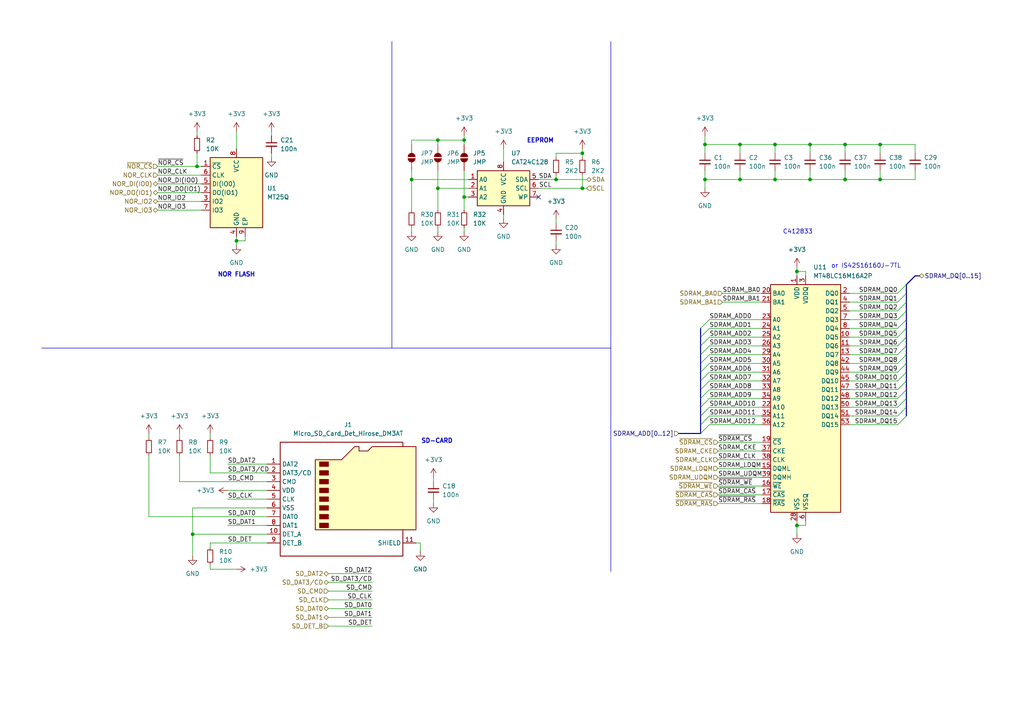
<source format=kicad_sch>
(kicad_sch (version 20231120) (generator "eeschema") (generator_version "8.0")
  (paper "A4")
  (lib_symbols
    (symbol "Connector:Micro_SD_Card_Det_Hirose_DM3AT"
      (property "Reference" "J" (at -16.51 17.78 0))
      (property "Value" "Micro_SD_Card_Det_Hirose_DM3AT" (at 16.51 17.78 0))
      (symbol "Micro_SD_Card_Det_Hirose_DM3AT_0_1"
        (rectangle (start -7.62 -6.985) (end -5.08 -8.255) (stroke (width 0.254)) (fill (type outline)))
        (rectangle (start -7.62 -4.445) (end -5.08 -5.715) (stroke (width 0.254)) (fill (type outline)))
        (rectangle (start -7.62 -1.905) (end -5.08 -3.175) (stroke (width 0.254)) (fill (type outline)))
        (rectangle (start -7.62 0.635) (end -5.08 -0.635) (stroke (width 0.254)) (fill (type outline)))
        (rectangle (start -7.62 3.175) (end -5.08 1.905) (stroke (width 0.254)) (fill (type outline)))
        (rectangle (start -7.62 5.715) (end -5.08 4.445) (stroke (width 0.254)) (fill (type outline)))
        (rectangle (start -7.62 8.255) (end -5.08 6.985) (stroke (width 0.254)) (fill (type outline)))
        (rectangle (start -7.62 10.795) (end -5.08 9.525) (stroke (width 0.254)) (fill (type outline)))
        (polyline (pts (xy 16.51 15.24) (xy 16.51 16.51) (xy -19.05 16.51) (xy -19.05 -16.51) (xy 16.51 -16.51) (xy 16.51 -8.89)) (stroke (width 0.254)))
        (polyline (pts (xy -8.89 -8.89) (xy -8.89 11.43) (xy -1.27 11.43) (xy 2.54 15.24) (xy 3.81 15.24) (xy 3.81 13.97) (xy 6.35 13.97) (xy 7.62 15.24) (xy 20.32 15.24) (xy 20.32 -8.89) (xy -8.89 -8.89)) (stroke (width 0.254)) (fill (type background)))
      )
      (symbol "Micro_SD_Card_Det_Hirose_DM3AT_1_1"
        (pin bidirectional line (at -22.86 10.16 0) (length 3.81) (name "DAT2") (number "1"))
        (pin passive line (at -22.86 -10.16 0) (length 3.81) (name "DET_A") (number "10"))
        (pin passive line (at 20.32 -12.7 180) (length 3.81) (name "SHIELD") (number "11"))
        (pin bidirectional line (at -22.86 7.62 0) (length 3.81) (name "DAT3/CD") (number "2"))
        (pin input line (at -22.86 5.08 0) (length 3.81) (name "CMD") (number "3"))
        (pin power_in line (at -22.86 2.54 0) (length 3.81) (name "VDD") (number "4"))
        (pin input line (at -22.86 0 0) (length 3.81) (name "CLK") (number "5"))
        (pin power_in line (at -22.86 -2.54 0) (length 3.81) (name "VSS") (number "6"))
        (pin bidirectional line (at -22.86 -5.08 0) (length 3.81) (name "DAT0") (number "7"))
        (pin bidirectional line (at -22.86 -7.62 0) (length 3.81) (name "DAT1") (number "8"))
        (pin passive line (at -22.86 -12.7 0) (length 3.81) (name "DET_B") (number "9"))
      )
    )
    (symbol "Device:C_Small" (pin_numbers hide) (pin_names (offset 0.254) hide)
      (property "Reference" "C" (at 0.254 1.778 0))
      (property "Value" "C_Small" (at 0.254 -2.032 0))
      (symbol "C_Small_0_1"
        (polyline (pts (xy -1.524 -0.508) (xy 1.524 -0.508)) (stroke (width 0.3302)))
        (polyline (pts (xy -1.524 0.508) (xy 1.524 0.508)) (stroke (width 0.3048)))
      )
      (symbol "C_Small_1_1"
        (pin passive line (at 0 2.54 270) (length 2.032) (name "~") (number "1"))
        (pin passive line (at 0 -2.54 90) (length 2.032) (name "~") (number "2"))
      )
    )
    (symbol "Device:R_Small" (pin_numbers hide) (pin_names (offset 0.254) hide)
      (property "Reference" "R" (at 0.762 0.508 0))
      (property "Value" "R_Small" (at 0.762 -1.016 0))
      (symbol "R_Small_0_1"
        (rectangle (start -0.762 1.778) (end 0.762 -1.778) (stroke (width 0.2032)))
      )
      (symbol "R_Small_1_1"
        (pin passive line (at 0 2.54 270) (length 0.762) (name "~") (number "1"))
        (pin passive line (at 0 -2.54 90) (length 0.762) (name "~") (number "2"))
      )
    )
    (symbol "GND_1" (power) (pin_numbers hide) (pin_names (offset 0) hide)
      (property "Value" "GND" (at 0 -3.81 0))
      (symbol "GND_1_0_1"
        (polyline (pts (xy 0 0) (xy 0 -1.27) (xy 1.27 -1.27) (xy 0 -2.54) (xy -1.27 -1.27) (xy 0 -1.27)))
      )
      (symbol "GND_1_1_1"
        (pin power_in line (at 0 0 270) (length 0) (name "~") (number "1"))
      )
    )
    (symbol "GND_2" (power) (pin_numbers hide) (pin_names (offset 0) hide)
      (property "Value" "GND" (at 0 -3.81 0))
      (symbol "GND_2_0_1"
        (polyline (pts (xy 0 0) (xy 0 -1.27) (xy 1.27 -1.27) (xy 0 -2.54) (xy -1.27 -1.27) (xy 0 -1.27)))
      )
      (symbol "GND_2_1_1"
        (pin power_in line (at 0 0 270) (length 0) (name "~") (number "1"))
      )
    )
    (symbol "GND_5" (power) (pin_numbers hide) (pin_names (offset 0) hide)
      (property "Value" "GND" (at 0 -3.81 0))
      (symbol "GND_5_0_1"
        (polyline (pts (xy 0 0) (xy 0 -1.27) (xy 1.27 -1.27) (xy 0 -2.54) (xy -1.27 -1.27) (xy 0 -1.27)))
      )
      (symbol "GND_5_1_1"
        (pin power_in line (at 0 0 270) (length 0) (name "~") (number "1"))
      )
    )
    (symbol "Jumper:SolderJumper_2_Open" (pin_numbers hide) (pin_names (offset 0) hide) (exclude_from_sim yes) (in_bom no)
      (property "Reference" "JP" (at 0 2.032 0))
      (property "Value" "SolderJumper_2_Open" (at 0 -2.54 0))
      (symbol "SolderJumper_2_Open_0_1"
        (arc (start -0.254 1.016) (mid -1.2656 0) (end -0.254 -1.016))
        (arc (start -0.254 1.016) (mid -1.2656 0) (end -0.254 -1.016) (fill (type outline)))
        (polyline (pts (xy -0.254 1.016) (xy -0.254 -1.016)))
        (polyline (pts (xy 0.254 1.016) (xy 0.254 -1.016)))
        (arc (start 0.254 -1.016) (mid 1.2656 0) (end 0.254 1.016))
        (arc (start 0.254 -1.016) (mid 1.2656 0) (end 0.254 1.016) (fill (type outline)))
      )
      (symbol "SolderJumper_2_Open_1_1"
        (pin passive line (at -3.81 0 0) (length 2.54) (name "A") (number "1"))
        (pin passive line (at 3.81 0 180) (length 2.54) (name "B") (number "2"))
      )
    )
    (symbol "Memory_EEPROM:CAT24C128"
      (property "Reference" "U" (at -6.35 6.35 0))
      (property "Value" "CAT24C128" (at 1.27 6.35 0))
      (symbol "CAT24C128_1_1"
        (rectangle (start -7.62 5.08) (end 7.62 -5.08) (stroke (width 0.254)) (fill (type background)))
        (pin input line (at -10.16 2.54 0) (length 2.54) (name "A0") (number "1"))
        (pin input line (at -10.16 0 0) (length 2.54) (name "A1") (number "2"))
        (pin input line (at -10.16 -2.54 0) (length 2.54) (name "A2") (number "3"))
        (pin power_in line (at 0 -7.62 90) (length 2.54) (name "GND") (number "4"))
        (pin bidirectional line (at 10.16 2.54 180) (length 2.54) (name "SDA") (number "5"))
        (pin input line (at 10.16 0 180) (length 2.54) (name "SCL") (number "6"))
        (pin input line (at 10.16 -2.54 180) (length 2.54) (name "WP") (number "7"))
        (pin power_in line (at 0 7.62 270) (length 2.54) (name "VCC") (number "8"))
      )
    )
    (symbol "Memory_Flash:W25Q32JVZP"
      (property "Reference" "U" (at -6.35 11.43 0))
      (property "Value" "W25Q32JVZP" (at 7.62 11.43 0))
      (symbol "W25Q32JVZP_0_1"
        (rectangle (start -7.62 10.16) (end 7.62 -10.16) (stroke (width 0.254)) (fill (type background)))
      )
      (symbol "W25Q32JVZP_1_1"
        (pin input line (at -10.16 7.62 0) (length 2.54) (name "~{CS}") (number "1"))
        (pin bidirectional line (at -10.16 0 0) (length 2.54) (name "DO(IO1)") (number "2"))
        (pin bidirectional line (at -10.16 -2.54 0) (length 2.54) (name "IO2") (number "3"))
        (pin power_in line (at 0 -12.7 90) (length 2.54) (name "GND") (number "4"))
        (pin bidirectional line (at -10.16 2.54 0) (length 2.54) (name "DI(IO0)") (number "5"))
        (pin input line (at -10.16 5.08 0) (length 2.54) (name "CLK") (number "6"))
        (pin bidirectional line (at -10.16 -5.08 0) (length 2.54) (name "IO3") (number "7"))
        (pin power_in line (at 0 12.7 270) (length 2.54) (name "VCC") (number "8"))
        (pin passive line (at 2.54 -12.7 90) (length 2.54) (name "EP") (number "9"))
      )
    )
    (symbol "Memory_RAM:MT48LC16M16A2P"
      (property "Reference" "U" (at -8.89 34.29 0))
      (property "Value" "MT48LC16M16A2P" (at 8.89 34.29 0))
      (symbol "MT48LC16M16A2P_0_1"
        (rectangle (start -10.16 33.02) (end 10.16 -33.02) (stroke (width 0.254)) (fill (type background)))
      )
      (symbol "MT48LC16M16A2P_1_1"
        (pin power_in line (at -2.54 35.56 270) (length 2.54) (name "VDD") (number "1"))
        (pin bidirectional line (at 12.7 17.78 180) (length 2.54) (name "DQ5") (number "10"))
        (pin bidirectional line (at 12.7 15.24 180) (length 2.54) (name "DQ6") (number "11"))
        (pin passive line (at 0 -35.56 90) (length 2.54) hide (name "VSSQ") (number "12"))
        (pin bidirectional line (at 12.7 12.7 180) (length 2.54) (name "DQ7") (number "13"))
        (pin passive line (at -2.54 35.56 270) (length 2.54) hide (name "VDD") (number "14"))
        (pin input line (at -12.7 -20.32 0) (length 2.54) (name "DQML") (number "15"))
        (pin input line (at -12.7 -25.4 0) (length 2.54) (name "~{WE}") (number "16"))
        (pin input line (at -12.7 -27.94 0) (length 2.54) (name "~{CAS}") (number "17"))
        (pin input line (at -12.7 -30.48 0) (length 2.54) (name "~{RAS}") (number "18"))
        (pin input line (at -12.7 -12.7 0) (length 2.54) (name "~{CS}") (number "19"))
        (pin bidirectional line (at 12.7 30.48 180) (length 2.54) (name "DQ0") (number "2"))
        (pin input line (at -12.7 30.48 0) (length 2.54) (name "BA0") (number "20"))
        (pin input line (at -12.7 27.94 0) (length 2.54) (name "BA1") (number "21"))
        (pin input line (at -12.7 -2.54 0) (length 2.54) (name "A10") (number "22"))
        (pin input line (at -12.7 22.86 0) (length 2.54) (name "A0") (number "23"))
        (pin input line (at -12.7 20.32 0) (length 2.54) (name "A1") (number "24"))
        (pin input line (at -12.7 17.78 0) (length 2.54) (name "A2") (number "25"))
        (pin input line (at -12.7 15.24 0) (length 2.54) (name "A3") (number "26"))
        (pin passive line (at -2.54 35.56 270) (length 2.54) hide (name "VDD") (number "27"))
        (pin power_in line (at -2.54 -35.56 90) (length 2.54) (name "VSS") (number "28"))
        (pin input line (at -12.7 12.7 0) (length 2.54) (name "A4") (number "29"))
        (pin power_in line (at 0 35.56 270) (length 2.54) (name "VDDQ") (number "3"))
        (pin input line (at -12.7 10.16 0) (length 2.54) (name "A5") (number "30"))
        (pin input line (at -12.7 7.62 0) (length 2.54) (name "A6") (number "31"))
        (pin input line (at -12.7 5.08 0) (length 2.54) (name "A7") (number "32"))
        (pin input line (at -12.7 2.54 0) (length 2.54) (name "A8") (number "33"))
        (pin input line (at -12.7 0 0) (length 2.54) (name "A9") (number "34"))
        (pin input line (at -12.7 -5.08 0) (length 2.54) (name "A11") (number "35"))
        (pin input line (at -12.7 -7.62 0) (length 2.54) (name "A12") (number "36"))
        (pin input line (at -12.7 -15.24 0) (length 2.54) (name "CKE") (number "37"))
        (pin input line (at -12.7 -17.78 0) (length 2.54) (name "CLK") (number "38"))
        (pin input line (at -12.7 -22.86 0) (length 2.54) (name "DQMH") (number "39"))
        (pin bidirectional line (at 12.7 27.94 180) (length 2.54) (name "DQ1") (number "4"))
        (pin no_connect line (at 10.16 -20.32 180) (length 2.54) hide (name "NC") (number "40"))
        (pin passive line (at -2.54 -35.56 90) (length 2.54) hide (name "VSS") (number "41"))
        (pin bidirectional line (at 12.7 10.16 180) (length 2.54) (name "DQ8") (number "42"))
        (pin passive line (at 0 35.56 270) (length 2.54) hide (name "VDDQ") (number "43"))
        (pin bidirectional line (at 12.7 7.62 180) (length 2.54) (name "DQ9") (number "44"))
        (pin bidirectional line (at 12.7 5.08 180) (length 2.54) (name "DQ10") (number "45"))
        (pin passive line (at 0 -35.56 90) (length 2.54) hide (name "VSSQ") (number "46"))
        (pin bidirectional line (at 12.7 2.54 180) (length 2.54) (name "DQ11") (number "47"))
        (pin bidirectional line (at 12.7 0 180) (length 2.54) (name "DQ12") (number "48"))
        (pin passive line (at 0 35.56 270) (length 2.54) hide (name "VDDQ") (number "49"))
        (pin bidirectional line (at 12.7 25.4 180) (length 2.54) (name "DQ2") (number "5"))
        (pin bidirectional line (at 12.7 -2.54 180) (length 2.54) (name "DQ13") (number "50"))
        (pin bidirectional line (at 12.7 -5.08 180) (length 2.54) (name "DQ14") (number "51"))
        (pin passive line (at 0 -35.56 90) (length 2.54) hide (name "VSSQ") (number "52"))
        (pin bidirectional line (at 12.7 -7.62 180) (length 2.54) (name "DQ15") (number "53"))
        (pin passive line (at -2.54 -35.56 90) (length 2.54) hide (name "VSS") (number "54"))
        (pin power_in line (at 0 -35.56 90) (length 2.54) (name "VSSQ") (number "6"))
        (pin bidirectional line (at 12.7 22.86 180) (length 2.54) (name "DQ3") (number "7"))
        (pin bidirectional line (at 12.7 20.32 180) (length 2.54) (name "DQ4") (number "8"))
        (pin passive line (at 0 35.56 270) (length 2.54) hide (name "VDDQ") (number "9"))
      )
    )
    (symbol "power:+3V3" (power) (pin_names (offset 0))
      (property "Value" "+3V3" (at 0 3.556 0))
      (symbol "+3V3_0_1"
        (polyline (pts (xy -0.762 1.27) (xy 0 2.54)))
        (polyline (pts (xy 0 0) (xy 0 2.54)))
        (polyline (pts (xy 0 2.54) (xy 0.762 1.27)))
      )
      (symbol "+3V3_1_1"
        (pin power_in line (at 0 0 90) (length 0) hide (name "+3V3") (number "1"))
      )
    )
    (symbol "power:GND" (power) (pin_names (offset 0))
      (property "Value" "GND" (at 0 -3.81 0))
      (symbol "GND_0_1"
        (polyline (pts (xy 0 0) (xy 0 -1.27) (xy 1.27 -1.27) (xy 0 -2.54) (xy -1.27 -1.27) (xy 0 -1.27)))
      )
      (symbol "GND_1_1"
        (pin power_in line (at 0 0 270) (length 0) hide (name "GND") (number "1"))
      )
    )
  )
  (junction (at 127 40.64))
  (junction (at 168.91 54.61))
  (junction (at 255.27 52.07))
  (junction (at 234.95 52.07))
  (junction (at 214.63 52.07))
  (junction (at 119.38 52.07))
  (junction (at 245.11 52.07))
  (junction (at 68.58 69.85))
  (junction (at 134.62 57.15))
  (junction (at 231.14 78.74))
  (junction (at 214.63 41.91))
  (junction (at 224.79 52.07))
  (junction (at 134.62 40.64))
  (junction (at 204.47 41.91))
  (junction (at 168.91 44.45))
  (junction (at 231.14 152.4))
  (junction (at 255.27 41.91))
  (junction (at 204.47 52.07))
  (junction (at 127 54.61))
  (junction (at 161.29 52.07))
  (junction (at 57.15 48.26))
  (junction (at 234.95 41.91))
  (junction (at 245.11 41.91))
  (junction (at 55.88 154.94))
  (junction (at 224.79 41.91))
  (no_connect (at 156.21 57.15))
  (bus_entry (at 203.2 102.87) (size 2.54 -2.54))
  (bus_entry (at 260.35 100.33) (size 2.54 -2.54))
  (bus_entry (at 260.35 118.11) (size 2.54 -2.54))
  (bus_entry (at 203.2 100.33) (size 2.54 -2.54))
  (bus_entry (at 203.2 125.73) (size 2.54 -2.54))
  (bus_entry (at 260.35 85.09) (size 2.54 -2.54))
  (bus_entry (at 260.35 120.65) (size 2.54 -2.54))
  (bus_entry (at 203.2 118.11) (size 2.54 -2.54))
  (bus_entry (at 260.35 97.79) (size 2.54 -2.54))
  (bus_entry (at 260.35 92.71) (size 2.54 -2.54))
  (bus_entry (at 203.2 113.03) (size 2.54 -2.54))
  (bus_entry (at 203.2 110.49) (size 2.54 -2.54))
  (bus_entry (at 260.35 115.57) (size 2.54 -2.54))
  (bus_entry (at 203.2 115.57) (size 2.54 -2.54))
  (bus_entry (at 203.2 95.25) (size 2.54 -2.54))
  (bus_entry (at 260.35 95.25) (size 2.54 -2.54))
  (bus_entry (at 260.35 102.87) (size 2.54 -2.54))
  (bus_entry (at 203.2 97.79) (size 2.54 -2.54))
  (bus_entry (at 203.2 105.41) (size 2.54 -2.54))
  (bus_entry (at 203.2 120.65) (size 2.54 -2.54))
  (bus_entry (at 260.35 90.17) (size 2.54 -2.54))
  (bus_entry (at 260.35 123.19) (size 2.54 -2.54))
  (bus_entry (at 260.35 87.63) (size 2.54 -2.54))
  (bus_entry (at 260.35 105.41) (size 2.54 -2.54))
  (bus_entry (at 203.2 123.19) (size 2.54 -2.54))
  (bus_entry (at 203.2 107.95) (size 2.54 -2.54))
  (bus_entry (at 260.35 110.49) (size 2.54 -2.54))
  (bus_entry (at 260.35 107.95) (size 2.54 -2.54))
  (bus_entry (at 260.35 113.03) (size 2.54 -2.54))
  (wire (pts (xy 66.04 142.24) (xy 77.47 142.24)))
  (wire (pts (xy 45.72 58.42) (xy 58.42 58.42)))
  (wire (pts (xy 234.95 41.91) (xy 245.11 41.91)))
  (wire (pts (xy 204.47 49.53) (xy 204.47 52.07)))
  (wire (pts (xy 246.38 120.65) (xy 260.35 120.65)))
  (bus (pts (xy 203.2 113.03) (xy 203.2 110.49)))
  (wire (pts (xy 204.47 41.91) (xy 214.63 41.91)))
  (wire (pts (xy 205.74 95.25) (xy 220.98 95.25)))
  (wire (pts (xy 205.74 92.71) (xy 220.98 92.71)))
  (wire (pts (xy 60.96 137.16) (xy 77.47 137.16)))
  (wire (pts (xy 246.38 113.03) (xy 260.35 113.03)))
  (wire (pts (xy 205.74 97.79) (xy 220.98 97.79)))
  (bus (pts (xy 265.43 80.01) (xy 266.7 80.01)))
  (wire (pts (xy 245.11 52.07) (xy 255.27 52.07)))
  (wire (pts (xy 127 54.61) (xy 135.89 54.61)))
  (wire (pts (xy 255.27 41.91) (xy 265.43 41.91)))
  (wire (pts (xy 134.62 67.31) (xy 134.62 66.04)))
  (wire (pts (xy 205.74 100.33) (xy 220.98 100.33)))
  (wire (pts (xy 57.15 48.26) (xy 58.42 48.26)))
  (polyline (pts (xy 12.065 100.965) (xy 177.165 100.965)))
  (wire (pts (xy 156.21 52.07) (xy 161.29 52.07)))
  (wire (pts (xy 234.95 49.53) (xy 234.95 52.07)))
  (wire (pts (xy 66.04 134.62) (xy 77.47 134.62)))
  (wire (pts (xy 168.91 54.61) (xy 170.18 54.61)))
  (wire (pts (xy 208.28 133.35) (xy 220.98 133.35)))
  (wire (pts (xy 233.68 152.4) (xy 231.14 152.4)))
  (wire (pts (xy 60.96 165.1) (xy 60.96 163.83)))
  (wire (pts (xy 107.95 166.37) (xy 95.25 166.37)))
  (wire (pts (xy 205.74 113.03) (xy 220.98 113.03)))
  (polyline (pts (xy 113.665 12.065) (xy 113.665 100.965)))
  (wire (pts (xy 146.05 63.5) (xy 146.05 62.23)))
  (wire (pts (xy 234.95 52.07) (xy 245.11 52.07)))
  (wire (pts (xy 255.27 49.53) (xy 255.27 52.07)))
  (wire (pts (xy 55.88 147.32) (xy 77.47 147.32)))
  (bus (pts (xy 262.89 115.57) (xy 262.89 113.03)))
  (wire (pts (xy 52.07 132.08) (xy 52.07 139.7)))
  (wire (pts (xy 127 67.31) (xy 127 66.04)))
  (wire (pts (xy 134.62 40.64) (xy 134.62 41.91)))
  (wire (pts (xy 246.38 87.63) (xy 260.35 87.63)))
  (wire (pts (xy 205.74 123.19) (xy 220.98 123.19)))
  (wire (pts (xy 161.29 69.85) (xy 161.29 71.12)))
  (wire (pts (xy 161.29 45.72) (xy 161.29 44.45)))
  (bus (pts (xy 262.89 90.17) (xy 262.89 87.63)))
  (wire (pts (xy 245.11 49.53) (xy 245.11 52.07)))
  (wire (pts (xy 255.27 41.91) (xy 255.27 44.45)))
  (wire (pts (xy 245.11 41.91) (xy 245.11 44.45)))
  (wire (pts (xy 45.72 60.96) (xy 58.42 60.96)))
  (wire (pts (xy 107.95 173.99) (xy 95.25 173.99)))
  (wire (pts (xy 205.74 115.57) (xy 220.98 115.57)))
  (wire (pts (xy 43.18 149.86) (xy 77.47 149.86)))
  (bus (pts (xy 262.89 110.49) (xy 262.89 107.95)))
  (wire (pts (xy 161.29 52.07) (xy 161.29 50.8)))
  (wire (pts (xy 233.68 78.74) (xy 231.14 78.74)))
  (wire (pts (xy 134.62 49.53) (xy 134.62 57.15)))
  (wire (pts (xy 204.47 39.37) (xy 204.47 41.91)))
  (wire (pts (xy 146.05 43.18) (xy 146.05 46.99)))
  (wire (pts (xy 119.38 52.07) (xy 135.89 52.07)))
  (wire (pts (xy 208.28 138.43) (xy 220.98 138.43)))
  (wire (pts (xy 224.79 49.53) (xy 224.79 52.07)))
  (wire (pts (xy 214.63 41.91) (xy 224.79 41.91)))
  (wire (pts (xy 161.29 63.5) (xy 161.29 64.77)))
  (wire (pts (xy 45.72 53.34) (xy 58.42 53.34)))
  (wire (pts (xy 208.28 135.89) (xy 220.98 135.89)))
  (wire (pts (xy 208.28 146.05) (xy 220.98 146.05)))
  (wire (pts (xy 45.72 50.8) (xy 58.42 50.8)))
  (wire (pts (xy 246.38 95.25) (xy 260.35 95.25)))
  (wire (pts (xy 246.38 118.11) (xy 260.35 118.11)))
  (wire (pts (xy 205.74 102.87) (xy 220.98 102.87)))
  (wire (pts (xy 55.88 147.32) (xy 55.88 154.94)))
  (wire (pts (xy 204.47 52.07) (xy 204.47 54.61)))
  (wire (pts (xy 55.88 154.94) (xy 77.47 154.94)))
  (wire (pts (xy 134.62 57.15) (xy 135.89 57.15)))
  (wire (pts (xy 120.65 157.48) (xy 121.92 157.48)))
  (wire (pts (xy 107.95 171.45) (xy 95.25 171.45)))
  (wire (pts (xy 214.63 41.91) (xy 214.63 44.45)))
  (wire (pts (xy 246.38 102.87) (xy 260.35 102.87)))
  (wire (pts (xy 209.55 85.09) (xy 220.98 85.09)))
  (wire (pts (xy 231.14 78.74) (xy 231.14 80.01)))
  (wire (pts (xy 60.96 132.08) (xy 60.96 137.16)))
  (wire (pts (xy 246.38 115.57) (xy 260.35 115.57)))
  (wire (pts (xy 127 54.61) (xy 127 60.96)))
  (wire (pts (xy 265.43 49.53) (xy 265.43 52.07)))
  (wire (pts (xy 204.47 41.91) (xy 204.47 44.45)))
  (wire (pts (xy 205.74 118.11) (xy 220.98 118.11)))
  (wire (pts (xy 57.15 38.1) (xy 57.15 39.37)))
  (wire (pts (xy 52.07 125.73) (xy 52.07 127)))
  (wire (pts (xy 68.58 69.85) (xy 68.58 68.58)))
  (bus (pts (xy 203.2 115.57) (xy 203.2 113.03)))
  (wire (pts (xy 224.79 52.07) (xy 234.95 52.07)))
  (wire (pts (xy 45.72 48.26) (xy 57.15 48.26)))
  (wire (pts (xy 204.47 52.07) (xy 214.63 52.07)))
  (wire (pts (xy 161.29 52.07) (xy 170.18 52.07)))
  (bus (pts (xy 203.2 123.19) (xy 203.2 120.65)))
  (wire (pts (xy 205.74 107.95) (xy 220.98 107.95)))
  (wire (pts (xy 265.43 41.91) (xy 265.43 44.45)))
  (bus (pts (xy 203.2 97.79) (xy 203.2 95.25)))
  (wire (pts (xy 60.96 157.48) (xy 77.47 157.48)))
  (wire (pts (xy 107.95 176.53) (xy 95.25 176.53)))
  (bus (pts (xy 203.2 120.65) (xy 203.2 118.11)))
  (bus (pts (xy 262.89 87.63) (xy 262.89 85.09)))
  (wire (pts (xy 246.38 100.33) (xy 260.35 100.33)))
  (wire (pts (xy 168.91 43.18) (xy 168.91 44.45)))
  (wire (pts (xy 134.62 39.37) (xy 134.62 40.64)))
  (bus (pts (xy 203.2 118.11) (xy 203.2 115.57)))
  (wire (pts (xy 208.28 128.27) (xy 220.98 128.27)))
  (wire (pts (xy 224.79 41.91) (xy 234.95 41.91)))
  (bus (pts (xy 262.89 82.55) (xy 265.43 80.01)))
  (wire (pts (xy 161.29 44.45) (xy 168.91 44.45)))
  (wire (pts (xy 107.95 181.61) (xy 95.25 181.61)))
  (wire (pts (xy 234.95 41.91) (xy 234.95 44.45)))
  (wire (pts (xy 119.38 52.07) (xy 119.38 60.96)))
  (wire (pts (xy 208.28 140.97) (xy 220.98 140.97)))
  (wire (pts (xy 107.95 179.07) (xy 95.25 179.07)))
  (wire (pts (xy 57.15 44.45) (xy 57.15 48.26)))
  (wire (pts (xy 125.73 138.43) (xy 125.73 139.7)))
  (wire (pts (xy 43.18 132.08) (xy 43.18 149.86)))
  (wire (pts (xy 214.63 52.07) (xy 224.79 52.07)))
  (bus (pts (xy 203.2 105.41) (xy 203.2 102.87)))
  (wire (pts (xy 233.68 151.13) (xy 233.68 152.4)))
  (wire (pts (xy 78.74 38.1) (xy 78.74 39.37)))
  (wire (pts (xy 60.96 125.73) (xy 60.96 127)))
  (bus (pts (xy 262.89 113.03) (xy 262.89 110.49)))
  (wire (pts (xy 119.38 49.53) (xy 119.38 52.07)))
  (wire (pts (xy 233.68 80.01) (xy 233.68 78.74)))
  (wire (pts (xy 246.38 97.79) (xy 260.35 97.79)))
  (wire (pts (xy 246.38 105.41) (xy 260.35 105.41)))
  (bus (pts (xy 262.89 85.09) (xy 262.89 82.55)))
  (wire (pts (xy 60.96 158.75) (xy 60.96 157.48)))
  (wire (pts (xy 246.38 90.17) (xy 260.35 90.17)))
  (wire (pts (xy 231.14 77.47) (xy 231.14 78.74)))
  (wire (pts (xy 66.04 144.78) (xy 77.47 144.78)))
  (wire (pts (xy 246.38 92.71) (xy 260.35 92.71)))
  (wire (pts (xy 214.63 49.53) (xy 214.63 52.07)))
  (wire (pts (xy 246.38 107.95) (xy 260.35 107.95)))
  (bus (pts (xy 262.89 95.25) (xy 262.89 92.71)))
  (wire (pts (xy 205.74 120.65) (xy 220.98 120.65)))
  (bus (pts (xy 262.89 107.95) (xy 262.89 105.41)))
  (bus (pts (xy 203.2 110.49) (xy 203.2 107.95)))
  (wire (pts (xy 246.38 85.09) (xy 260.35 85.09)))
  (wire (pts (xy 208.28 130.81) (xy 220.98 130.81)))
  (bus (pts (xy 262.89 100.33) (xy 262.89 97.79)))
  (wire (pts (xy 231.14 152.4) (xy 231.14 151.13)))
  (wire (pts (xy 71.12 69.85) (xy 68.58 69.85)))
  (wire (pts (xy 107.95 168.91) (xy 95.25 168.91)))
  (bus (pts (xy 262.89 118.11) (xy 262.89 115.57)))
  (wire (pts (xy 255.27 52.07) (xy 265.43 52.07)))
  (wire (pts (xy 119.38 41.91) (xy 119.38 40.64)))
  (polyline (pts (xy 177.165 12.065) (xy 177.165 165.735)))
  (wire (pts (xy 246.38 110.49) (xy 260.35 110.49)))
  (bus (pts (xy 262.89 97.79) (xy 262.89 95.25)))
  (wire (pts (xy 134.62 57.15) (xy 134.62 60.96)))
  (wire (pts (xy 52.07 139.7) (xy 77.47 139.7)))
  (wire (pts (xy 127 49.53) (xy 127 54.61)))
  (wire (pts (xy 71.12 68.58) (xy 71.12 69.85)))
  (wire (pts (xy 208.28 143.51) (xy 220.98 143.51)))
  (bus (pts (xy 262.89 102.87) (xy 262.89 100.33)))
  (wire (pts (xy 68.58 165.1) (xy 60.96 165.1)))
  (wire (pts (xy 68.58 71.12) (xy 68.58 69.85)))
  (wire (pts (xy 66.04 152.4) (xy 77.47 152.4)))
  (bus (pts (xy 262.89 92.71) (xy 262.89 90.17)))
  (wire (pts (xy 205.74 105.41) (xy 220.98 105.41)))
  (bus (pts (xy 203.2 100.33) (xy 203.2 97.79)))
  (wire (pts (xy 231.14 154.94) (xy 231.14 152.4)))
  (wire (pts (xy 119.38 40.64) (xy 127 40.64)))
  (wire (pts (xy 68.58 38.1) (xy 68.58 43.18)))
  (wire (pts (xy 205.74 110.49) (xy 220.98 110.49)))
  (wire (pts (xy 43.18 125.73) (xy 43.18 127)))
  (wire (pts (xy 78.74 44.45) (xy 78.74 45.72)))
  (wire (pts (xy 246.38 123.19) (xy 260.35 123.19)))
  (wire (pts (xy 168.91 54.61) (xy 168.91 50.8)))
  (wire (pts (xy 224.79 41.91) (xy 224.79 44.45)))
  (bus (pts (xy 262.89 105.41) (xy 262.89 102.87)))
  (wire (pts (xy 45.72 55.88) (xy 58.42 55.88)))
  (wire (pts (xy 119.38 67.31) (xy 119.38 66.04)))
  (bus (pts (xy 203.2 123.19) (xy 203.2 125.73)))
  (wire (pts (xy 156.21 54.61) (xy 168.91 54.61)))
  (bus (pts (xy 196.85 125.73) (xy 203.2 125.73)))
  (wire (pts (xy 209.55 87.63) (xy 220.98 87.63)))
  (wire (pts (xy 168.91 44.45) (xy 168.91 45.72)))
  (bus (pts (xy 203.2 107.95) (xy 203.2 105.41)))
  (wire (pts (xy 121.92 157.48) (xy 121.92 160.02)))
  (bus (pts (xy 203.2 102.87) (xy 203.2 100.33)))
  (wire (pts (xy 55.88 161.29) (xy 55.88 154.94)))
  (wire (pts (xy 127 40.64) (xy 134.62 40.64)))
  (wire (pts (xy 245.11 41.91) (xy 255.27 41.91)))
  (wire (pts (xy 125.73 144.78) (xy 125.73 146.05)))
  (wire (pts (xy 127 40.64) (xy 127 41.91)))
  (bus (pts (xy 262.89 120.65) (xy 262.89 118.11)))
  (text "NOR FLASH" (at 68.58 79.756 0) (effects (font (size 1.27 1.27) (thickness 0.254) (bold yes))))
  (text "SD-CARD" (at 126.746 128.016 0) (effects (font (size 1.27 1.27) (thickness 0.254) (bold yes))))
  (text "EEPROM" (at 156.718 40.894 0) (effects (font (size 1.27 1.27) (thickness 0.254) (bold yes))))
  (text "or IS42S16160J-7TL" (at 251.206 77.216 0) (effects (font (size 1.27 1.27))))
  (text "C412833" (at 231.394 67.31 0) (effects (font (size 1.27 1.27))))
  (label "SDRAM_DQ7" (at 260.35 102.87 180))
  (label "SDRAM_ADD4" (at 205.74 102.87 0))
  (label "SDRAM_DQ0" (at 260.35 85.09 180))
  (label "SDRAM_ADD12" (at 205.74 123.19 0))
  (label "NOR_CLK" (at 45.72 50.8 0))
  (label "SDRAM_DQ3" (at 260.35 92.71 180))
  (label "SD_DAT0" (at 107.95 176.53 180))
  (label "SDRAM_DQ9" (at 260.35 107.95 180))
  (label "SD_CLK" (at 66.04 144.78 0))
  (label "SDRAM_ADD7" (at 205.74 110.49 0))
  (label "SDA" (at 160.02 52.07 180))
  (label "SDRAM_ADD8" (at 205.74 113.03 0))
  (label "SDRAM_ADD11" (at 205.74 120.65 0))
  (label "SDRAM_DQ14" (at 260.35 120.65 180))
  (label "SDRAM_UDQM" (at 208.28 138.43 0))
  (label "SDRAM_ADD10" (at 205.74 118.11 0))
  (label "SDRAM_DQ11" (at 260.35 113.03 180))
  (label "SDRAM_ADD1" (at 205.74 95.25 0))
  (label "SD_CMD" (at 66.04 139.7 0))
  (label "SCL" (at 160.02 54.61 180))
  (label "SD_CLK" (at 107.95 173.99 180))
  (label "SDRAM_DQ1" (at 260.35 87.63 180))
  (label "SDRAM_BA1" (at 209.55 87.63 0))
  (label "SDRAM_DQ8" (at 260.35 105.41 180))
  (label "NOR_DI(IO0)" (at 45.72 53.34 0))
  (label "SDRAM_DQ12" (at 260.35 115.57 180))
  (label "SDRAM_DQ15" (at 260.35 123.19 180))
  (label "SDRAM_DQ4" (at 260.35 95.25 180))
  (label "NOR_DO(IO1)" (at 45.72 55.88 0))
  (label "SD_DET" (at 107.95 181.61 180))
  (label "~{NOR_CS}" (at 45.72 48.26 0))
  (label "SD_CMD" (at 107.95 171.45 180))
  (label "SD_DAT0" (at 66.04 149.86 0))
  (label "~{SDRAM_CS}" (at 208.28 128.27 0))
  (label "SDRAM_ADD6" (at 205.74 107.95 0))
  (label "SDRAM_ADD5" (at 205.74 105.41 0))
  (label "SDRAM_ADD2" (at 205.74 97.79 0))
  (label "SDRAM_DQ2" (at 260.35 90.17 180))
  (label "SD_DAT1" (at 107.95 179.07 180))
  (label "~{SDRAM_RAS}" (at 208.28 146.05 0))
  (label "~{SDRAM_CAS}" (at 208.28 143.51 0))
  (label "SD_DAT2" (at 107.95 166.37 180))
  (label "SDRAM_LDQM" (at 208.28 135.89 0))
  (label "SDRAM_ADD3" (at 205.74 100.33 0))
  (label "SDRAM_CLK" (at 208.28 133.35 0))
  (label "NOR_IO3" (at 45.72 60.96 0))
  (label "SDRAM_DQ13" (at 260.35 118.11 180))
  (label "SD_DAT1" (at 66.04 152.4 0))
  (label "SD_DET" (at 66.04 157.48 0))
  (label "SDRAM_CKE" (at 208.28 130.81 0))
  (label "~{SDRAM_WE}" (at 208.28 140.97 0))
  (label "SD_DAT3{slash}CD" (at 66.04 137.16 0))
  (label "SD_DAT2" (at 66.04 134.62 0))
  (label "SDRAM_DQ5" (at 260.35 97.79 180))
  (label "SDRAM_BA0" (at 209.55 85.09 0))
  (label "SDRAM_ADD9" (at 205.74 115.57 0))
  (label "SDRAM_DQ10" (at 260.35 110.49 180))
  (label "SDRAM_DQ6" (at 260.35 100.33 180))
  (label "SD_DAT3{slash}CD" (at 107.95 168.91 180))
  (label "SDRAM_ADD0" (at 205.74 92.71 0))
  (label "NOR_IO2" (at 45.72 58.42 0))
  (hierarchical_label "NOR_IO2" (shape bidirectional) (at 45.72 58.42 180))
  (hierarchical_label "SDRAM_CKE" (shape input) (at 208.28 130.81 180))
  (hierarchical_label "~{SDRAM_WE}" (shape input) (at 208.28 140.97 180))
  (hierarchical_label "SDRAM_ADD[0..12]" (shape input) (at 196.85 125.73 180))
  (hierarchical_label "SD_CLK" (shape input) (at 95.25 173.99 180))
  (hierarchical_label "SDRAM_DQ[0..15]" (shape bidirectional) (at 266.7 80.01 0))
  (hierarchical_label "SDA" (shape bidirectional) (at 170.18 52.07 0))
  (hierarchical_label "SD_DET_B" (shape input) (at 95.25 181.61 180))
  (hierarchical_label "SD_DAT2" (shape bidirectional) (at 95.25 166.37 180))
  (hierarchical_label "NOR_DI(IO0)" (shape bidirectional) (at 45.72 53.34 180))
  (hierarchical_label "SD_CMD" (shape input) (at 95.25 171.45 180))
  (hierarchical_label "NOR_IO3" (shape bidirectional) (at 45.72 60.96 180))
  (hierarchical_label "SDRAM_UDQM" (shape input) (at 208.28 138.43 180))
  (hierarchical_label "SDRAM_CLK" (shape input) (at 208.28 133.35 180))
  (hierarchical_label "SD_DAT0" (shape bidirectional) (at 95.25 176.53 180))
  (hierarchical_label "NOR_CLK" (shape input) (at 45.72 50.8 180))
  (hierarchical_label "~{SDRAM_CAS}" (shape input) (at 208.28 143.51 180))
  (hierarchical_label "~{SDRAM_RAS}" (shape input) (at 208.28 146.05 180))
  (hierarchical_label "~{SDRAM_CS}" (shape input) (at 208.28 128.27 180))
  (hierarchical_label "SDRAM_BA0" (shape input) (at 209.55 85.09 180))
  (hierarchical_label "SD_DAT1" (shape bidirectional) (at 95.25 179.07 180))
  (hierarchical_label "SDRAM_BA1" (shape input) (at 209.55 87.63 180))
  (hierarchical_label "SCL" (shape input) (at 170.18 54.61 0))
  (hierarchical_label "NOR_DO(IO1)" (shape bidirectional) (at 45.72 55.88 180))
  (hierarchical_label "~{NOR_CS}" (shape input) (at 45.72 48.26 180))
  (hierarchical_label "SDRAM_LDQM" (shape input) (at 208.28 135.89 180))
  (hierarchical_label "SD_DAT3{slash}CD" (shape bidirectional) (at 95.25 168.91 180))
  (symbol (lib_name "GND_1") (lib_id "power:GND") (at 231.14 154.94 0) (unit 1)
    (property "Reference" "#PWR0121" (effects (hide yes)))
    (property "Value" "GND" (at 231.14 160.02 0))
    (property "Description" "Power symbol creates a global label with name \"GND\" , ground" (effects (hide yes)))
  )
  (symbol (lib_id "Device:C_Small") (at 224.79 46.99 0) (unit 1)
    (property "Reference" "C3" (at 227.33 45.7263 0) (effects (justify left)))
    (property "Value" "100n" (at 227.33 48.2663 0) (effects (justify left)))
    (property "Footprint" "Capacitor_SMD:C_0402_1005Metric" (effects (hide yes)))
    (property "JLCPCB Part #" "C307331" (effects (hide yes)))
  )
  (symbol (lib_id "Device:R_Small") (at 127 63.5 0) (unit 1)
    (property "Reference" "R31" (at 129.54 62.2299 0) (effects (justify left)))
    (property "Value" "10K" (at 129.54 64.7699 0) (effects (justify left)))
    (property "Footprint" "Resistor_SMD:R_0402_1005Metric" (effects (hide yes)))
    (property "Description" "Resistor, small symbol" (effects (hide yes)))
    (property "JLCPCB Part #" "C25744" (effects (hide yes)))
  )
  (symbol (lib_id "Device:C_Small") (at 265.43 46.99 0) (unit 1)
    (property "Reference" "C29" (at 267.97 45.7263 0) (effects (justify left)))
    (property "Value" "100n" (at 267.97 48.2663 0) (effects (justify left)))
    (property "Footprint" "Capacitor_SMD:C_0402_1005Metric" (effects (hide yes)))
    (property "JLCPCB Part #" "C307331" (effects (hide yes)))
  )
  (symbol (lib_id "power:+3V3") (at 231.14 77.47 0) (unit 1)
    (property "Reference" "#PWR0120" (effects (hide yes)))
    (property "Value" "+3V3" (at 231.14 72.39 0))
    (property "Description" "Power symbol creates a global label with name \"+3V3\"" (effects (hide yes)))
  )
  (symbol (lib_id "power:+3V3") (at 66.04 142.24 90) (unit 1)
    (property "Reference" "#PWR049" (effects (hide yes)))
    (property "Value" "+3V3" (at 62.23 142.2399 90) (effects (justify left)))
    (property "Description" "Power symbol creates a global label with name \"+3V3\"" (effects (hide yes)))
  )
  (symbol (lib_id "Memory_EEPROM:CAT24C128") (at 146.05 54.61 0) (unit 1)
    (property "Reference" "U7" (at 148.2441 44.45 0) (effects (justify left)))
    (property "Value" "CAT24C128" (at 148.2441 46.99 0) (effects (justify left)))
    (property "Footprint" "Package_SO:SOIC-8_3.9x4.9mm_P1.27mm" (effects (hide yes)))
    (property "Datasheet" "https://www.onsemi.com/pub/Collateral/CAT24C128-D.PDF" (effects (hide yes)))
    (property "Description" "128 kb CMOS Serial EEPROM, SOIC-8/TSSOP-8/DFN-8" (effects (hide yes)))
    (property "JLCPCB Part #" "C6482" (effects (hide yes)))
  )
  (symbol (lib_id "Device:R_Small") (at 161.29 48.26 0) (unit 1)
    (property "Reference" "R5" (at 163.83 46.9899 0) (effects (justify left)))
    (property "Value" "2K2" (at 163.83 49.5299 0) (effects (justify left)))
    (property "Footprint" "Resistor_SMD:R_0402_1005Metric" (effects (hide yes)))
    (property "Description" "Resistor, small symbol" (effects (hide yes)))
    (property "JLCPCB Part #" "C25879" (effects (hide yes)))
  )
  (symbol (lib_id "power:GND") (at 78.74 45.72 0) (unit 1)
    (property "Reference" "#PWR017" (effects (hide yes)))
    (property "Value" "GND" (at 78.74 50.8 0))
  )
  (symbol (lib_name "GND_5") (lib_id "power:GND") (at 121.92 160.02 0) (unit 1)
    (property "Reference" "#PWR051" (effects (hide yes)))
    (property "Value" "GND" (at 121.92 165.1 0))
    (property "Description" "Power symbol creates a global label with name \"GND\" , ground" (effects (hide yes)))
  )
  (symbol (lib_id "Device:C_Small") (at 125.73 142.24 0) (unit 1)
    (property "Reference" "C18" (at 128.27 140.9763 0) (effects (justify left)))
    (property "Value" "100n" (at 128.27 143.5163 0) (effects (justify left)))
    (property "Footprint" "Capacitor_SMD:C_0402_1005Metric" (effects (hide yes)))
    (property "JLCPCB Part #" "C307331" (effects (hide yes)))
  )
  (symbol (lib_id "power:+3V3") (at 146.05 43.18 0) (unit 1)
    (property "Reference" "#PWR042" (effects (hide yes)))
    (property "Value" "+3V3" (at 146.05 38.1 0))
    (property "Description" "Power symbol creates a global label with name \"+3V3\"" (effects (hide yes)))
  )
  (symbol (lib_name "GND_1") (lib_id "power:GND") (at 68.58 71.12 0) (unit 1)
    (property "Reference" "#PWR038" (effects (hide yes)))
    (property "Value" "GND" (at 68.58 76.2 0))
    (property "Description" "Power symbol creates a global label with name \"GND\" , ground" (effects (hide yes)))
  )
  (symbol (lib_id "Jumper:SolderJumper_2_Open") (at 134.62 45.72 90) (unit 1) (exclude_from_sim yes) (in_bom no)
    (property "Reference" "JP5" (at 137.16 44.4499 90) (effects (justify right)))
    (property "Value" "JMP" (at 137.16 46.9899 90) (effects (justify right)))
    (property "Footprint" "Jumper:SolderJumper-2_P1.3mm_Open_RoundedPad1.0x1.5mm" (effects (hide yes)))
    (property "Description" "Solder Jumper, 2-pole, open" (effects (hide yes)))
  )
  (symbol (lib_id "Device:C_Small") (at 245.11 46.99 0) (unit 1)
    (property "Reference" "C37" (at 247.65 45.7263 0) (effects (justify left)))
    (property "Value" "100n" (at 247.65 48.2663 0) (effects (justify left)))
    (property "Footprint" "Capacitor_SMD:C_0402_1005Metric" (effects (hide yes)))
    (property "JLCPCB Part #" "C307331" (effects (hide yes)))
  )
  (symbol (lib_id "power:+3V3") (at 52.07 125.73 0) (unit 1)
    (property "Reference" "#PWR046" (effects (hide yes)))
    (property "Value" "+3V3" (at 52.07 120.65 0))
    (property "Description" "Power symbol creates a global label with name \"+3V3\"" (effects (hide yes)))
  )
  (symbol (lib_name "GND_2") (lib_id "power:GND") (at 134.62 67.31 0) (unit 1)
    (property "Reference" "#PWR011" (effects (hide yes)))
    (property "Value" "GND" (at 134.62 72.39 0))
    (property "Description" "Power symbol creates a global label with name \"GND\" , ground" (effects (hide yes)))
  )
  (symbol (lib_id "power:+3V3") (at 60.96 125.73 0) (unit 1)
    (property "Reference" "#PWR048" (effects (hide yes)))
    (property "Value" "+3V3" (at 60.96 120.65 0))
    (property "Description" "Power symbol creates a global label with name \"+3V3\"" (effects (hide yes)))
  )
  (symbol (lib_id "power:GND") (at 161.29 71.12 0) (unit 1)
    (property "Reference" "#PWR015" (effects (hide yes)))
    (property "Value" "GND" (at 161.29 76.2 0))
  )
  (symbol (lib_id "Device:R_Small") (at 60.96 161.29 0) (unit 1)
    (property "Reference" "R10" (at 63.5 160.0199 0) (effects (justify left)))
    (property "Value" "10K" (at 63.5 162.5599 0) (effects (justify left)))
    (property "Footprint" "Resistor_SMD:R_0402_1005Metric" (effects (hide yes)))
    (property "Description" "Resistor, small symbol" (effects (hide yes)))
    (property "JLCPCB Part #" "C25744" (effects (hide yes)))
  )
  (symbol (lib_id "power:GND") (at 125.73 146.05 0) (unit 1)
    (property "Reference" "#PWR013" (effects (hide yes)))
    (property "Value" "GND" (at 125.73 151.13 0))
  )
  (symbol (lib_id "Device:R_Small") (at 60.96 129.54 0) (unit 1)
    (property "Reference" "R9" (at 63.5 128.2699 0) (effects (justify left)))
    (property "Value" "10K" (at 63.5 130.8099 0) (effects (justify left)))
    (property "Footprint" "Resistor_SMD:R_0402_1005Metric" (effects (hide yes)))
    (property "Description" "Resistor, small symbol" (effects (hide yes)))
    (property "JLCPCB Part #" "C25744" (effects (hide yes)))
  )
  (symbol (lib_name "GND_2") (lib_id "power:GND") (at 119.38 67.31 0) (unit 1)
    (property "Reference" "#PWR0112" (effects (hide yes)))
    (property "Value" "GND" (at 119.38 72.39 0))
    (property "Description" "Power symbol creates a global label with name \"GND\" , ground" (effects (hide yes)))
  )
  (symbol (lib_name "GND_5") (lib_id "power:GND") (at 55.88 161.29 0) (unit 1)
    (property "Reference" "#PWR047" (effects (hide yes)))
    (property "Value" "GND" (at 55.88 166.37 0))
    (property "Description" "Power symbol creates a global label with name \"GND\" , ground" (effects (hide yes)))
  )
  (symbol (lib_id "Device:C_Small") (at 78.74 41.91 0) (unit 1)
    (property "Reference" "C21" (at 81.28 40.6463 0) (effects (justify left)))
    (property "Value" "100n" (at 81.28 43.1863 0) (effects (justify left)))
    (property "Footprint" "Capacitor_SMD:C_0402_1005Metric" (effects (hide yes)))
    (property "JLCPCB Part #" "C307331" (effects (hide yes)))
  )
  (symbol (lib_id "Device:C_Small") (at 255.27 46.99 0) (unit 1)
    (property "Reference" "C38" (at 257.81 45.7263 0) (effects (justify left)))
    (property "Value" "100n" (at 257.81 48.2663 0) (effects (justify left)))
    (property "Footprint" "Capacitor_SMD:C_0402_1005Metric" (effects (hide yes)))
    (property "JLCPCB Part #" "C307331" (effects (hide yes)))
  )
  (symbol (lib_id "Device:C_Small") (at 161.29 67.31 0) (unit 1)
    (property "Reference" "C20" (at 163.83 66.0463 0) (effects (justify left)))
    (property "Value" "100n" (at 163.83 68.5863 0) (effects (justify left)))
    (property "Footprint" "Capacitor_SMD:C_0402_1005Metric" (effects (hide yes)))
    (property "JLCPCB Part #" "C307331" (effects (hide yes)))
  )
  (symbol (lib_id "Jumper:SolderJumper_2_Open") (at 119.38 45.72 90) (unit 1) (exclude_from_sim yes) (in_bom no)
    (property "Reference" "JP7" (at 121.92 44.4499 90) (effects (justify right)))
    (property "Value" "JMP" (at 121.92 46.9899 90) (effects (justify right)))
    (property "Footprint" "Jumper:SolderJumper-2_P1.3mm_Open_RoundedPad1.0x1.5mm" (effects (hide yes)))
    (property "Description" "Solder Jumper, 2-pole, open" (effects (hide yes)))
  )
  (symbol (lib_id "Device:R_Small") (at 119.38 63.5 0) (unit 1)
    (property "Reference" "R30" (at 121.92 62.2299 0) (effects (justify left)))
    (property "Value" "10K" (at 121.92 64.7699 0) (effects (justify left)))
    (property "Footprint" "Resistor_SMD:R_0402_1005Metric" (effects (hide yes)))
    (property "Description" "Resistor, small symbol" (effects (hide yes)))
    (property "JLCPCB Part #" "C25744" (effects (hide yes)))
  )
  (symbol (lib_id "Device:R_Small") (at 52.07 129.54 0) (unit 1)
    (property "Reference" "R8" (at 54.61 128.2699 0) (effects (justify left)))
    (property "Value" "10K" (at 54.61 130.8099 0) (effects (justify left)))
    (property "Footprint" "Resistor_SMD:R_0402_1005Metric" (effects (hide yes)))
    (property "Description" "Resistor, small symbol" (effects (hide yes)))
    (property "JLCPCB Part #" "C25744" (effects (hide yes)))
  )
  (symbol (lib_id "power:+3V3") (at 125.73 138.43 0) (unit 1)
    (property "Reference" "#PWR012" (effects (hide yes)))
    (property "Value" "+3V3" (at 125.73 133.35 0))
    (property "Description" "Power symbol creates a global label with name \"+3V3\"" (effects (hide yes)))
  )
  (symbol (lib_id "Jumper:SolderJumper_2_Open") (at 127 45.72 90) (unit 1) (exclude_from_sim yes) (in_bom no)
    (property "Reference" "JP6" (at 129.54 44.4499 90) (effects (justify right)))
    (property "Value" "JMP" (at 129.54 46.9899 90) (effects (justify right)))
    (property "Footprint" "Jumper:SolderJumper-2_P1.3mm_Open_RoundedPad1.0x1.5mm" (effects (hide yes)))
    (property "Description" "Solder Jumper, 2-pole, open" (effects (hide yes)))
  )
  (symbol (lib_id "Device:C_Small") (at 214.63 46.99 0) (unit 1)
    (property "Reference" "C2" (at 217.17 45.7263 0) (effects (justify left)))
    (property "Value" "100n" (at 217.17 48.2663 0) (effects (justify left)))
    (property "Footprint" "Capacitor_SMD:C_0402_1005Metric" (effects (hide yes)))
    (property "JLCPCB Part #" "C307331" (effects (hide yes)))
  )
  (symbol (lib_id "power:+3V3") (at 43.18 125.73 0) (unit 1)
    (property "Reference" "#PWR045" (effects (hide yes)))
    (property "Value" "+3V3" (at 43.18 120.65 0))
    (property "Description" "Power symbol creates a global label with name \"+3V3\"" (effects (hide yes)))
  )
  (symbol (lib_id "power:+3V3") (at 68.58 165.1 270) (unit 1)
    (property "Reference" "#PWR050" (effects (hide yes)))
    (property "Value" "+3V3" (at 72.39 165.0999 90) (effects (justify left)))
    (property "Description" "Power symbol creates a global label with name \"+3V3\"" (effects (hide yes)))
  )
  (symbol (lib_id "power:+3V3") (at 78.74 38.1 0) (unit 1)
    (property "Reference" "#PWR016" (effects (hide yes)))
    (property "Value" "+3V3" (at 78.74 33.02 0))
    (property "Description" "Power symbol creates a global label with name \"+3V3\"" (effects (hide yes)))
  )
  (symbol (lib_id "Connector:Micro_SD_Card_Det_Hirose_DM3AT") (at 100.33 144.78 0) (unit 1)
    (property "Reference" "J1" (at 100.965 123.19 0))
    (property "Value" "Micro_SD_Card_Det_Hirose_DM3AT" (at 100.965 125.73 0))
    (property "Footprint" "Connector_Card:microSD_HC_Hirose_DM3AT-SF-PEJM5" (effects (hide yes)))
    (property "Datasheet" "https://www.hirose.com/product/en/download_file/key_name/DM3/category/Catalog/doc_file_id/49662/?file_category_id=4&item_id=195&is_series=1" (effects (hide yes)))
    (property "Description" "Micro SD Card Socket with card detection pins" (effects (hide yes)))
    (property "JLCPCB Part #" "C114218" (effects (hide yes)))
  )
  (symbol (lib_id "Device:C_Small") (at 234.95 46.99 0) (unit 1)
    (property "Reference" "C36" (at 237.49 45.7263 0) (effects (justify left)))
    (property "Value" "100n" (at 237.49 48.2663 0) (effects (justify left)))
    (property "Footprint" "Capacitor_SMD:C_0402_1005Metric" (effects (hide yes)))
    (property "JLCPCB Part #" "C307331" (effects (hide yes)))
  )
  (symbol (lib_id "power:+3V3") (at 161.29 63.5 0) (unit 1)
    (property "Reference" "#PWR014" (effects (hide yes)))
    (property "Value" "+3V3" (at 161.29 58.42 0))
    (property "Description" "Power symbol creates a global label with name \"+3V3\"" (effects (hide yes)))
  )
  (symbol (lib_id "power:GND") (at 204.47 54.61 0) (unit 1)
    (property "Reference" "#PWR02" (effects (hide yes)))
    (property "Value" "GND" (at 204.47 59.69 0))
  )
  (symbol (lib_id "Device:R_Small") (at 43.18 129.54 0) (unit 1)
    (property "Reference" "R7" (at 45.72 128.2699 0) (effects (justify left)))
    (property "Value" "10K" (at 45.72 130.8099 0) (effects (justify left)))
    (property "Footprint" "Resistor_SMD:R_0402_1005Metric" (effects (hide yes)))
    (property "Description" "Resistor, small symbol" (effects (hide yes)))
    (property "JLCPCB Part #" "C25744" (effects (hide yes)))
  )
  (symbol (lib_id "Device:R_Small") (at 57.15 41.91 0) (unit 1)
    (property "Reference" "R2" (at 59.69 40.6399 0) (effects (justify left)))
    (property "Value" "10K" (at 59.69 43.1799 0) (effects (justify left)))
    (property "Footprint" "Resistor_SMD:R_0402_1005Metric" (effects (hide yes)))
    (property "Description" "Resistor, small symbol" (effects (hide yes)))
    (property "JLCPCB Part #" "C25744" (effects (hide yes)))
  )
  (symbol (lib_id "Device:R_Small") (at 134.62 63.5 0) (unit 1)
    (property "Reference" "R32" (at 137.16 62.2299 0) (effects (justify left)))
    (property "Value" "10K" (at 137.16 64.7699 0) (effects (justify left)))
    (property "Footprint" "Resistor_SMD:R_0402_1005Metric" (effects (hide yes)))
    (property "Description" "Resistor, small symbol" (effects (hide yes)))
    (property "JLCPCB Part #" "C25744" (effects (hide yes)))
  )
  (symbol (lib_id "power:+3V3") (at 204.47 39.37 0) (unit 1)
    (property "Reference" "#PWR01" (effects (hide yes)))
    (property "Value" "+3V3" (at 204.47 34.29 0))
    (property "Description" "Power symbol creates a global label with name \"+3V3\"" (effects (hide yes)))
  )
  (symbol (lib_name "GND_2") (lib_id "power:GND") (at 146.05 63.5 0) (unit 1)
    (property "Reference" "#PWR043" (effects (hide yes)))
    (property "Value" "GND" (at 146.05 68.58 0))
    (property "Description" "Power symbol creates a global label with name \"GND\" , ground" (effects (hide yes)))
  )
  (symbol (lib_id "power:+3V3") (at 57.15 38.1 0) (unit 1)
    (property "Reference" "#PWR09" (effects (hide yes)))
    (property "Value" "+3V3" (at 57.15 33.02 0))
    (property "Description" "Power symbol creates a global label with name \"+3V3\"" (effects (hide yes)))
  )
  (symbol (lib_id "power:+3V3") (at 68.58 38.1 0) (unit 1)
    (property "Reference" "#PWR037" (effects (hide yes)))
    (property "Value" "+3V3" (at 68.58 33.02 0))
    (property "Description" "Power symbol creates a global label with name \"+3V3\"" (effects (hide yes)))
  )
  (symbol (lib_id "Device:R_Small") (at 168.91 48.26 0) (unit 1)
    (property "Reference" "R6" (at 171.45 46.9899 0) (effects (justify left)))
    (property "Value" "2K2" (at 171.45 49.5299 0) (effects (justify left)))
    (property "Footprint" "Resistor_SMD:R_0402_1005Metric" (effects (hide yes)))
    (property "Description" "Resistor, small symbol" (effects (hide yes)))
    (property "JLCPCB Part #" "C25879" (effects (hide yes)))
  )
  (symbol (lib_name "GND_2") (lib_id "power:GND") (at 127 67.31 0) (unit 1)
    (property "Reference" "#PWR0111" (effects (hide yes)))
    (property "Value" "GND" (at 127 72.39 0))
    (property "Description" "Power symbol creates a global label with name \"GND\" , ground" (effects (hide yes)))
  )
  (symbol (lib_id "Memory_Flash:W25Q32JVZP") (at 68.58 55.88 0) (unit 1)
    (property "Reference" "U1" (at 77.47 54.6099 0) (effects (justify left)))
    (property "Value" "MT25Q" (at 77.47 57.1499 0) (effects (justify left)))
    (property "Footprint" "Package_SON:WSON-8-1EP_8x6mm_P1.27mm_EP3.4x4.3mm" (effects (hide yes)))
    (property "Datasheet" "http://www.winbond.com/resource-files/w25q32jv%20revg%2003272018%20plus.pdf" (effects (hide yes)))
    (property "Description" "32Mb Serial Flash Memory, Standard/Dual/Quad SPI, DFN-8" (effects (hide yes)))
    (property "JLCPCB Part #" "C2061007" (effects (hide yes)))
  )
  (symbol (lib_id "power:+3V3") (at 134.62 39.37 0) (unit 1)
    (property "Reference" "#PWR0113" (effects (hide yes)))
    (property "Value" "+3V3" (at 134.62 34.29 0))
    (property "Description" "Power symbol creates a global label with name \"+3V3\"" (effects (hide yes)))
  )
  (symbol (lib_id "power:+3V3") (at 168.91 43.18 0) (unit 1)
    (property "Reference" "#PWR044" (effects (hide yes)))
    (property "Value" "+3V3" (at 168.91 38.1 0))
    (property "Description" "Power symbol creates a global label with name \"+3V3\"" (effects (hide yes)))
  )
  (symbol (lib_id "Memory_RAM:MT48LC16M16A2P") (at 233.68 115.57 0) (unit 1)
    (property "Reference" "U11" (at 235.8741 77.47 0) (effects (justify left)))
    (property "Value" "MT48LC16M16A2P" (at 235.8741 80.01 0) (effects (justify left)))
    (property "Footprint" "Package_SO:TSOP-II-54_22.2x10.16mm_P0.8mm" (effects (hide yes)))
    (property "Datasheet" "https://www.micron.com/-/media/client/global/documents/products/data-sheet/dram/256mb_sdr.pdf" (effects (hide yes)))
    (property "Description" "256M – (16M x 16 bit) Synchronous DRAM (SDRAM), TSOP-II-54" (effects (hide yes)))
    (property "JLCPCB Part #" "C412833" (effects (hide yes)))
  )
  (symbol (lib_id "Device:C_Small") (at 204.47 46.99 0) (unit 1)
    (property "Reference" "C1" (at 207.01 45.7263 0) (effects (justify left)))
    (property "Value" "100n" (at 207.01 48.2663 0) (effects (justify left)))
    (property "Footprint" "Capacitor_SMD:C_0402_1005Metric" (effects (hide yes)))
    (property "JLCPCB Part #" "C307331" (effects (hide yes)))
  )
)
</source>
